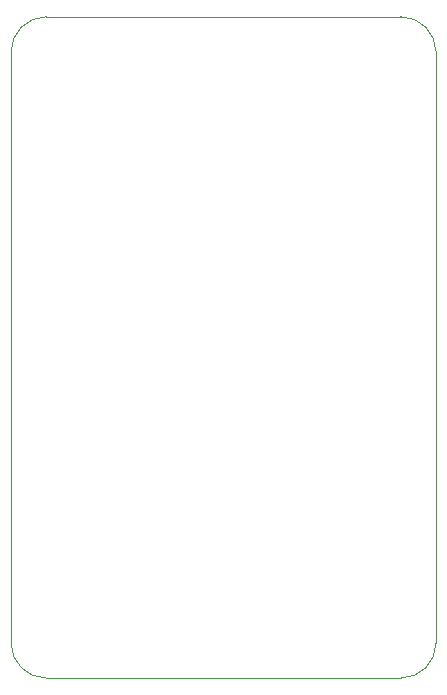
<source format=gbr>
%TF.GenerationSoftware,KiCad,Pcbnew,8.0.7*%
%TF.CreationDate,2025-01-13T12:12:40+05:30*%
%TF.ProjectId,STHDAQ_BX,53544844-4151-45f4-9258-2e6b69636164,rev?*%
%TF.SameCoordinates,Original*%
%TF.FileFunction,Profile,NP*%
%FSLAX46Y46*%
G04 Gerber Fmt 4.6, Leading zero omitted, Abs format (unit mm)*
G04 Created by KiCad (PCBNEW 8.0.7) date 2025-01-13 12:12:40*
%MOMM*%
%LPD*%
G01*
G04 APERTURE LIST*
%TA.AperFunction,Profile*%
%ADD10C,0.050000*%
%TD*%
G04 APERTURE END LIST*
D10*
X173000000Y-136000000D02*
G75*
G02*
X170000000Y-133000000I0J3000000D01*
G01*
X206000000Y-83000000D02*
X206000000Y-133000000D01*
X173000000Y-80000000D02*
X203000000Y-80000000D01*
X203000000Y-136000000D02*
X173000000Y-136000000D01*
X203000000Y-80000000D02*
G75*
G02*
X206000000Y-83000000I0J-3000000D01*
G01*
X170000000Y-133000000D02*
X170000000Y-83000000D01*
X170000000Y-83000000D02*
G75*
G02*
X173000000Y-80000000I3000000J0D01*
G01*
X206000000Y-133000000D02*
G75*
G02*
X203000000Y-136000000I-3000000J0D01*
G01*
M02*

</source>
